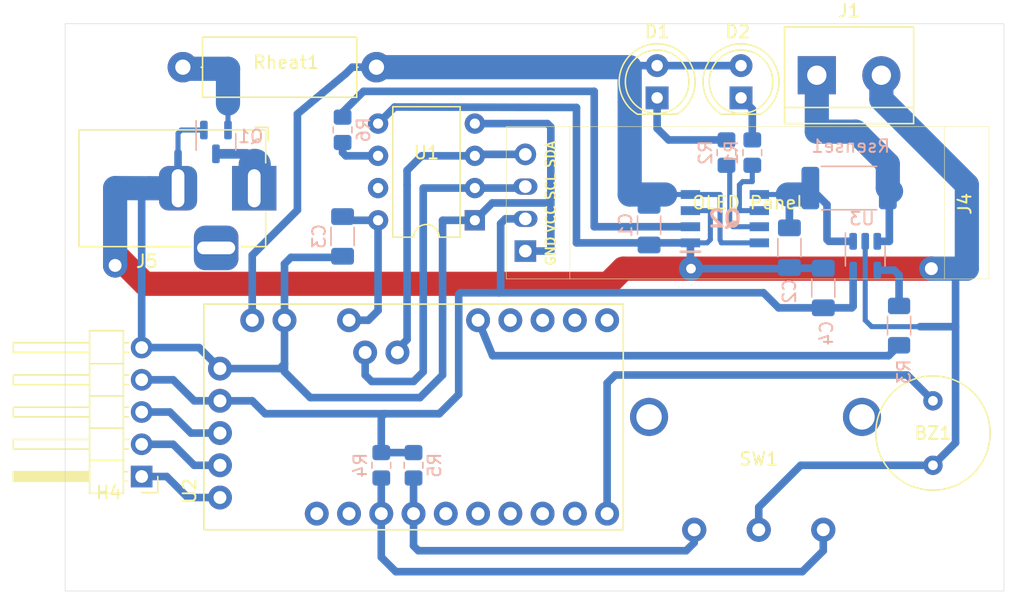
<source format=kicad_pcb>
(kicad_pcb (version 20211014) (generator pcbnew)
  (title_block (rev "1"))
  (layers (0 "F.Cu" signal "Front") (1 "In1.Cu" signal) (2 "In2.Cu" signal) (31 "B.Cu" signal "Back") (34 "B.Paste" user) (35 "F.Paste" user) (36 "B.SilkS" user "B.Silkscreen") (37 "F.SilkS" user "F.Silkscreen") (38 "B.Mask" user) (39 "F.Mask" user) (44 "Edge.Cuts" user))
  (net 0 "")
  (net 1 "Net-(BZ1-Pad1)")
  (net 2 "GND")
  (net 3 "Vin+5V")
  (net 4 "+3V3")
  (net 5 "Net-(D1-Pad1)")
  (net 6 "Net-(D2-Pad1)")
  (net 7 "BAT1_POS")
  (net 8 "RXI")
  (net 9 "TXO")
  (net 10 "DTR")
  (net 11 "SLC")
  (net 12 "SDA")
  (net 13 "5V")
  (net 14 "PROG")
  (net 15 "BAT1_STDBY")
  (net 16 "BAT1_CHRG")
  (net 17 "/senseV")
  (net 18 "Isense")
  (net 19 "ROTARY_2")
  (net 20 "ROTARY_1")
  (net 31 "/BAT_OUT")
  (net 32 "V_IN")
  (net 34 "Net-(U1-Pad6)")
  (footprint "MountingHole:MountingHole_3.2mm_M3" (layer "F.Cu") (at 105.537 107.95)
    (fp_text reference "H4" (at 0 -4.2) (layer "F.SilkS"))
    (fp_text value "MountingHole")
    (pad "" np_thru_hole circle locked (at 0 0) (size 3.2 3.2) (drill 3.2) (layers *.Cu *.Mask))
  )
  (footprint "!my-kicad-library:salvaged-rotary" (layer "F.Cu") (at 156.718 101.6)
    (fp_text reference "SW1" (at 0 -0.5 unlocked) (layer "F.SilkS"))
    (fp_text value "RotaryEncoder")
    (pad "" thru_hole circle (at -8.636 -3.81) (size 3 3) (drill 2) (layers *.Cu *.Mask))
    (pad "" thru_hole circle (at 8.128 -3.81) (size 3 3) (drill 2) (layers *.Cu *.Mask))
    (pad "A" thru_hole circle (at -5.08 5.08) (size 1.905 1.905) (drill 1.016) (layers *.Cu *.Mask) (net 19 "ROTARY_2"))
    (pad "B" thru_hole circle (at 5.08 5.08) (size 1.905 1.905) (drill 1.016) (layers *.Cu *.Mask) (net 20 "ROTARY_1"))
    (pad "C" thru_hole circle (at 0 5.08) (size 1.905 1.905) (drill 1.016) (layers *.Cu *.Mask) (net 2 "GND"))
  )
  (footprint "Connector_BarrelJack:BarrelJack_Horizontal" (layer "F.Cu") (at 116.998 79.7715)
    (fp_text reference "J5" (at -8.45 5.75) (layer "F.SilkS"))
    (fp_text value "IN")
    (fp_line (start 0.9 -4.6) (end 0.9 -2) (layer "F.SilkS") (width 0.12))
    (fp_line (start -13.8 4.6) (end -13.8 -4.6) (layer "F.SilkS") (width 0.12))
    (fp_line (start 0.9 4.6) (end -1 4.6) (layer "F.SilkS") (width 0.12))
    (fp_line (start 0.9 1.9) (end 0.9 4.6) (layer "F.SilkS") (width 0.12))
    (fp_line (start 0.05 -4.8) (end 1.1 -4.8) (layer "F.SilkS") (width 0.12))
    (fp_line (start -5 4.6) (end -13.8 4.6) (layer "F.SilkS") (width 0.12))
    (fp_line (start 1.1 -3.75) (end 1.1 -4.8) (layer "F.SilkS") (width 0.12))
    (fp_line (start -13.8 -4.6) (end 0.9 -4.6) (layer "F.SilkS") (width 0.12))
    (pad "" thru_hole roundrect (at -3.000006 4.700012) (size 3.500001 3.500001) (drill oval 2.999999 1) (layers *.Cu *.Mask))
    (pad "1" thru_hole rect (at 0 0) (size 3.5 3.5) (drill oval 1 3) (layers *.Cu *.Mask) (net 13 "5V"))
    (pad "2" thru_hole roundrect (at -6 0) (size 3 3.5) (drill oval 1 3) (layers *.Cu *.Mask) (net 2 "GND"))
  )
  (footprint "MountingHole:MountingHole_3.2mm_M3" (layer "F.Cu") (at 172.339 70.358)
    (fp_text reference "H1" hide)
    (fp_text value "MountingHole")
    (pad "" np_thru_hole circle locked (at 0 0) (size 3.2 3.2) (drill 3.2) (layers *.Cu *.Mask))
  )
  (footprint "Connector_PinHeader_2.54mm:PinHeader_1x05_P2.54mm_Horizontal" (layer "F.Cu") (at 108.134 102.484 180)
    (fp_text reference "J3" hide)
    (fp_text value "Conn_01x05_Male")
    (fp_line (start 1.042929 4.7) (end 1.44 4.7) (layer "F.SilkS") (width 0.12))
    (fp_line (start 10.1 4.7) (end 10.1 5.46) (layer "F.SilkS") (width 0.12))
    (fp_line (start 1.44 3.81) (end 4.1 3.81) (layer "F.SilkS") (width 0.12))
    (fp_line (start 4.1 7.24) (end 10.1 7.24) (layer "F.SilkS") (width 0.12))
    (fp_line (start 1.042929 8) (end 1.44 8) (layer "F.SilkS") (width 0.12))
    (fp_line (start 1.44 6.35) (end 4.1 6.35) (layer "F.SilkS") (width 0.12))
    (fp_line (start 1.042929 2.92) (end 1.44 2.92) (layer "F.SilkS") (width 0.12))
    (fp_line (start 10.1 2.92) (end 4.1 2.92) (layer "F.SilkS") (width 0.12))
    (fp_line (start 10.1 2.16) (end 10.1 2.92) (layer "F.SilkS") (width 0.12))
    (fp_line (start 4.1 -0.32) (end 10.1 -0.32) (layer "F.SilkS") (width 0.12))
    (fp_line (start 1.042929 2.16) (end 1.44 2.16) (layer "F.SilkS") (width 0.12))
    (fp_line (start 10.1 10.54) (end 4.1 10.54) (layer "F.SilkS") (width 0.12))
    (fp_line (start 1.042929 7.24) (end 1.44 7.24) (layer "F.SilkS") (width 0.12))
    (fp_line (start 4.1 0.28) (end 10.1 0.28) (layer "F.SilkS") (width 0.12))
    (fp_line (start 1.11 -0.38) (end 1.44 -0.38) (layer "F.SilkS") (width 0.12))
    (fp_line (start 4.1 -0.08) (end 10.1 -0.08) (layer "F.SilkS") (width 0.12))
    (fp_line (start 10.1 8) (end 4.1 8) (layer "F.SilkS") (width 0.12))
    (fp_line (start 10.1 -0.38) (end 10.1 0.38) (layer "F.SilkS") (width 0.12))
    (fp_line (start 10.1 9.78) (end 10.1 10.54) (layer "F.SilkS") (width 0.12))
    (fp_line (start 4.1 2.16) (end 10.1 2.16) (layer "F.SilkS") (width 0.12))
    (fp_line (start 4.1 -0.2) (end 10.1 -0.2) (layer "F.SilkS") (width 0.12))
    (fp_line (start -1.27 0) (end -1.27 -1.27) (layer "F.SilkS") (width 0.12))
    (fp_line (start 4.1 0.16) (end 10.1 0.16) (layer "F.SilkS") (width 0.12))
    (fp_line (start 10.1 5.46) (end 4.1 5.46) (layer "F.SilkS") (width 0.12))
    (fp_line (start 1.44 1.27) (end 4.1 1.27) (layer "F.SilkS") (width 0.12))
    (fp_line (start 4.1 4.7) (end 10.1 4.7) (layer "F.SilkS") (width 0.12))
    (fp_line (start 1.042929 9.78) (end 1.44 9.78) (layer "F.SilkS") (width 0.12))
    (fp_line (start 10.1 7.24) (end 10.1 8) (layer "F.SilkS") (width 0.12))
    (fp_line (start 4.1 11.49) (end 4.1 -1.33) (layer "F.SilkS") (width 0.12))
    (fp_line (start 1.44 11.49) (end 4.1 11.49) (layer "F.SilkS") (width 0.12))
    (fp_line (start 1.042929 10.54) (end 1.44 10.54) (layer "F.SilkS") (width 0.12))
    (fp_line (start 1.042929 5.46) (end 1.44 5.46) (layer "F.SilkS") (width 0.12))
    (fp_line (start -1.27 -1.27) (end 0 -1.27) (layer "F.SilkS") (width 0.12))
    (fp_line (start 4.1 -0.38) (end 10.1 -0.38) (layer "F.SilkS") (width 0.12))
    (fp_line (start 1.44 -1.33) (end 1.44 11.49) (layer "F.SilkS") (width 0.12))
    (fp_line (start 4.1 0.04) (end 10.1 0.04) (layer "F.SilkS") (width 0.12))
    (fp_line (start 4.1 9.78) (end 10.1 9.78) (layer "F.SilkS") (width 0.12))
    (fp_line (start 1.11 0.38) (end 1.44 0.38) (layer "F.SilkS") (width 0.12))
    (fp_line (start 10.1 0.38) (end 4.1 0.38) (layer "F.SilkS") (width 0.12))
    (fp_line (start 1.44 8.89) (end 4.1 8.89) (layer "F.SilkS") (width 0.12))
    (fp_line (start 4.1 -1.33) (end 1.44 -1.33) (layer "F.SilkS") (width 0.12))
    (pad "1" thru_hole rect locked (at 0 0 180) (size 1.7 1.7) (drill 1) (layers *.Cu *.Mask) (net 10 "DTR"))
    (pad "2" thru_hole oval locked (at 0 2.54 180) (size 1.7 1.7) (drill 1) (layers *.Cu *.Mask) (net 9 "TXO"))
    (pad "3" thru_hole oval locked (at 0 5.08 180) (size 1.7 1.7) (drill 1) (layers *.Cu *.Mask) (net 8 "RXI"))
    (pad "4" thru_hole oval locked (at 0 7.62 180) (size 1.7 1.7) (drill 1) (layers *.Cu *.Mask) (net 4 "+3V3"))
    (pad "5" thru_hole oval locked (at 0 10.16 180) (size 1.7 1.7) (drill 1) (layers *.Cu *.Mask) (net 2 "GND"))
  )
  (footprint "TerminalBlock:TerminalBlock_bornier-2_P5.08mm" (layer "F.Cu") (at 161.29 70.866)
    (fp_text reference "J1" (at 2.54 -5.08) (layer "F.SilkS"))
    (fp_text value "BAT")
    (fp_line (start -2.54 3.81) (end 7.62 3.81) (layer "F.SilkS") (width 0.12))
    (fp_line (start -2.54 -3.81) (end -2.54 3.81) (layer "F.SilkS") (width 0.12))
    (fp_line (start 7.62 3.81) (end 7.62 -3.81) (layer "F.SilkS") (width 0.12))
    (fp_line (start 7.62 -3.81) (end -2.54 -3.81) (layer "F.SilkS") (width 0.12))
    (fp_line (start 7.62 2.54) (end -2.54 2.54) (layer "F.SilkS") (width 0.12))
    (pad "1" thru_hole rect (at 0 0) (size 3 3) (drill 1.52) (layers *.Cu *.Mask) (net 7 "BAT1_POS"))
    (pad "2" thru_hole circle (at 5.08 0) (size 3 3) (drill 1.52) (layers *.Cu *.Mask) (net 2 "GND"))
  )
  (footprint "Resistor_THT:R_Axial_DIN0414_L11.9mm_D4.5mm_P15.24mm_Horizontal" (layer "F.Cu") (at 111.379 70.231)
    (fp_text reference "Rheat1" (at 8.128 -0.381) (layer "F.SilkS"))
    (fp_text value "0.4")
    (fp_line (start 1.44 0) (end 1.55 0) (layer "F.SilkS") (width 0.12))
    (fp_line (start 13.69 -2.37) (end 1.55 -2.37) (layer "F.SilkS") (width 0.12))
    (fp_line (start 1.55 2.37) (end 13.69 2.37) (layer "F.SilkS") (width 0.12))
    (fp_line (start 13.69 2.37) (end 13.69 -2.37) (layer "F.SilkS") (width 0.12))
    (fp_line (start 1.55 -2.37) (end 1.55 2.37) (layer "F.SilkS") (width 0.12))
    (fp_line (start 13.8 0) (end 13.69 0) (layer "F.SilkS") (width 0.12))
    (pad "1" thru_hole circle locked (at 0 0) (size 2.4 2.4) (drill 1.2) (layers *.Cu *.Mask) (net 3 "Vin+5V"))
    (pad "2" thru_hole oval locked (at 15.24 0) (size 2.4 2.4) (drill 1.2) (layers *.Cu *.Mask) (net 32 "V_IN"))
  )
  (footprint "LED_THT:LED_D5.0mm" (layer "F.Cu") (at 148.717 72.649 90)
    (fp_text reference "D1" (at 5.212 0 180) (layer "F.SilkS"))
    (fp_text value "RED_BAT2")
    (fp_line (start -1.29 -1.545) (end -1.29 1.545) (layer "F.SilkS") (width 0.12))
    (fp_arc (start -1.29 -1.54483) (mid 2.072002 -2.880433) (end 4.26 0.000462) (layer "F.SilkS") (width 0.12))
    (fp_arc (start 4.26 -0.000462) (mid 2.072002 2.880433) (end -1.29 1.54483) (layer "F.SilkS") (width 0.12))
    (fp_circle (center 1.27 0) (end 3.77 0) (layer "F.SilkS") (width 0.12) (fill none))
    (pad "1" thru_hole rect locked (at 0 0 90) (size 1.8 1.8) (drill 0.9) (layers *.Cu *.Mask) (net 5 "Net-(D1-Pad1)"))
    (pad "2" thru_hole circle locked (at 2.54 0 90) (size 1.8 1.8) (drill 0.9) (layers *.Cu *.Mask) (net 32 "V_IN"))
  )
  (footprint "MountingHole:MountingHole_3.2mm_M3" (layer "F.Cu") (at 172.466 107.696)
    (fp_text reference "H3" hide)
    (fp_text value "MountingHole")
    (pad "" np_thru_hole circle locked (at 0 0) (size 3.2 3.2) (drill 3.2) (layers *.Cu *.Mask))
  )
  (footprint "!my-kicad-library:Buzzer-GT-0905A" (layer "F.Cu") (at 170.434 99.06)
    (fp_text reference "BZ1" (at 0 0) (layer "F.SilkS"))
    (fp_text value "Buzzer")
    (fp_circle (center 0 0) (end 4.5 0) (layer "F.SilkS") (width 0.12) (fill none))
    (pad "1" thru_hole circle (at 0 -2.54) (size 1.524 1.524) (drill 0.762) (layers *.Cu *.Mask) (net 1 "Net-(BZ1-Pad1)"))
    (pad "2" thru_hole circle (at 0 2.54) (size 1.524 1.524) (drill 0.762) (layers *.Cu *.Mask) (net 2 "GND"))
  )
  (footprint "!my-kicad-library:SSD1306-0.91-OLED-4pin-128x32" (layer "F.Cu") (at 174.841 86.911 180)
    (fp_text reference "J4" (at 1.9 5.91 90) (layer "F.SilkS"))
    (fp_text value "OLED DISPLAY")
    (fp_text user "SCL" (at 34.5 7.27 90) (layer "F.SilkS") (effects (font (size 0.75 0.75))))
    (fp_text user "VCC" (at 34.5 4.73 90) (layer "F.SilkS") (effects (font (size 0.75 0.75))))
    (fp_text user "GND" (at 34.5 2.19 90) (layer "F.SilkS") (effects (font (size 0.75 0.75))))
    (fp_text user "OLED Panel" (at 19 6) (layer "F.SilkS"))
    (fp_text user "SDA" (at 34.5 9.81 90) (layer "F.SilkS") (effects (font (size 0.75 0.75))))
    (fp_line (start 0 0) (end 0 12) (layer "F.SilkS") (width 0.04))
    (fp_line (start 3.5 0) (end 3.5 12) (layer "F.SilkS") (width 0.04))
    (fp_line (start 0 12) (end 38 12) (layer "F.SilkS") (width 0.04))
    (fp_line (start 33 0) (end 33 12) (layer "F.SilkS") (width 0.04))
    (fp_line (start 38 0) (end 0 0) (layer "F.SilkS") (width 0.04))
    (fp_line (start 38 12) (end 38 0) (layer "F.SilkS") (width 0.04))
    (pad "1" thru_hole rect (at 36.5 2.19 180) (size 1.7 1.7) (drill 1) (layers *.Cu *.Mask) (net 2 "GND"))
    (pad "2" thru_hole oval (at 36.500002 4.730011 180) (size 1.905 1.27) (drill 1) (layers *.Cu *.Mask) (net 4 "+3V3"))
    (pad "3" thru_hole oval (at 36.500002 7.270011 180) (size 1.905 1.27) (drill 1) (layers *.Cu *.Mask) (net 11 "SLC"))
    (pad "4" thru_hole oval (at 36.5 9.81 180) (size 1.7 1.7) (drill 1) (layers *.Cu *.Mask) (net 12 "SDA"))
  )
  (footprint "MountingHole:MountingHole_3.2mm_M3" (layer "F.Cu") (at 105.664 70.358)
    (fp_text reference "H2" hide)
    (fp_text value "MountingHole")
    (pad "" np_thru_hole circle locked (at 0 0) (size 3.2 3.2) (drill 3.2) (layers *.Cu *.Mask))
  )
  (footprint "!my-kicad-library:ARDUINO_PRO_MINI" (layer "F.Cu") (at 129.54 97.79 90)
    (fp_text reference "U2" (at -5.825 -17.635 90) (layer "F.SilkS"))
    (fp_text value "Arduino_pro_mini")
    (fp_line (start 8.89 16.51) (end 8.89 -16.51) (layer "F.SilkS") (width 0.127))
    (fp_line (start -8.89 -16.51) (end -8.89 16.51) (layer "F.SilkS") (width 0.127))
    (fp_line (start -8.89 16.51) (end 8.89 16.51) (layer "F.SilkS") (width 0.127))
    (fp_line (start 8.89 -16.51) (end -8.89 -16.51) (layer "F.SilkS") (width 0.127))
    (pad "2" thru_hole circle (at -7.62 -2.54 90) (size 1.8796 1.8796) (drill 1.016) (layers *.Cu *.Mask) (net 20 "ROTARY_1"))
    (pad "3" thru_hole circle (at -7.62 0 90) (size 1.8796 1.8796) (drill 1.016) (layers *.Cu *.Mask) (net 19 "ROTARY_2"))
    (pad "4" thru_hole circle (at -7.62 2.54 90) (size 1.8796 1.8796) (drill 1.016) (layers *.Cu *.Mask))
    (pad "5" thru_hole circle (at -7.62 5.08 90) (size 1.8796 1.8796) (drill 1.016) (layers *.Cu *.Mask))
    (pad "6" thru_hole circle (at -7.62 7.62 90) (size 1.8796 1.8796) (drill 1.016) (layers *.Cu *.Mask))
    (pad "7" thru_hole circle (at -7.62 10.16 90) (size 1.8796 1.8796) (drill 1.016) (layers *.Cu *.Mask))
    (pad "8" thru_hole circle (at -7.62 12.7 90) (size 1.8796 1.8796) (drill 1.016) (layers *.Cu *.Mask))
    (pad "9" thru_hole circle (at -7.62 15.24 90) (size 1.8796 1.8796) (drill 1.016) (layers *.Cu *.Mask) (net 1 "Net-(BZ1-Pad1)"))
    (pad "10" thru_hole circle (at 7.62 15.24 90) (size 1.8796 1.8796) (drill 1.016) (layers *.Cu *.Mask))
    (pad "11" thru_hole circle (at 7.62 12.7 90) (size 1.8796 1.8796) (drill 1.016) (layers *.Cu *.Mask))
    (pad "12" thru_hole circle (at 7.62 10.16 90) (size 1.8796 1.8796) (drill 1.016) (layers *.Cu *.Mask))
    (pad "13" thru_hole circle (at 7.62 7.62 90) (size 1.8796 1.8796) (drill 1.016) (layers *.Cu *.Mask))
    (pad "A0" thru_hole circle (at 7.62 5.08 90) (size 1.8796 1.8796) (drill 1.016) (layers *.Cu *.Mask) (net 18 "Isense"))
    (pad "A4" thru_hole circle (at 5.08 -1.27 90) (size 1.8796 1.8796) (drill 1.016) (layers *.Cu *.Mask) (net 12 "SDA"))
    (pad "A5" thru_hole circle (at 5.08 -3.81 90) (size 1.8796 1.8796) (drill 1.016) (layers *.Cu *.Mask) (net 11 "SLC"))
    (pad "DTR" thru_hole circle (at -6.35 -15.24 90) (size 1.8796 1.8796) (drill 1.016) (layers *.Cu *.Mask) (net 10 "DTR"))
    (pad "GND" thru_hole circle (at 3.81 -15.24 90) (size 1.8796 1.8796) (drill 1.016) (layers *.Cu *.Mask) (net 2 "GND"))
    (pad "GND" thru_hole circle (at 7.62 -10.16 90) (size 1.8796 1.8796) (drill 1.016) (layers *.Cu *.Mask) (net 2 "GND"))
    (pad "GND" thru_hole circle (at -7.62 -5.08 90) (size 1.8796 1.8796) (drill 1.016) (layers *.Cu *.Mask) (net 2 "GND"))
    (pad "RAW" thru_hole circle (at 7.62 -12.7 90) (size 1.8796 1.8796) (drill 1.016) (layers *.Cu *.Mask) (net 32 "V_IN"))
    (pad "RST" thru_hole circle (at -7.62 -7.62 90) (size 1.8796 1.8796) (drill 1.016) (layers *.Cu *.Mask))
    (pad "RXI" thru_hole circle (at -1.27 -15.24 90) (size 1.8796 1.8796) (drill 1.016) (layers *.Cu *.Mask) (net 8 "RXI"))
    (pad "TXO" thru_hole circle (at -3.81 -15.24 90) (size 1.8796 1.8796) (drill 1.016) (layers *.Cu *.Mask) (net 9 "TXO"))
    (pad "VCC" thru_hole circle (at 7.62 -5.08 90) (size 1.8796 1.8796) (drill 1.016) (layers *.Cu *.Mask) (net 4 "+3V3"))
    (pad "VCC" thru_hole circle (at 1.27 -15.24 90) (size 1.8796 1.8796) (drill 1.016) (layers *.Cu *.Mask) (net 4 "+3V3"))
  )
  (footprint "Package_DIP:DIP-8_W7.62mm" (layer "F.Cu") (at 134.366 82.296 180)
    (fp_text reference "U1" (at 3.81 5.334) (layer "F.SilkS"))
    (fp_text value "MCP4551T-103E/MS")
    (fp_line (start 1.16 8.95) (end 6.46 8.95) (layer "F.SilkS") (width 0.12))
    (fp_line (start 1.16 -1.33) (end 1.16 8.95) (layer "F.SilkS") (width 0.12))
    (fp_line (start 2.81 -1.33) (end 1.16 -1.33) (layer "F.SilkS") (width 0.12))
    (fp_line (start 6.46 8.95) (end 6.46 -1.33) (layer "F.SilkS") (width 0.12))
    (fp_line (start 6.46 -1.33) (end 4.81 -1.33) (layer "F.SilkS") (width 0.12))
    (fp_arc (start 4.81 -1.33) (mid 3.81 -0.33) (end 2.81 -1.33) (layer "F.SilkS") (width 0.12))
    (pad "1" thru_hole rect locked (at 0 0 180) (size 1.6 1.6) (drill 0.8) (layers *.Cu *.Mask) (net 2 "GND"))
    (pad "2" thru_hole oval locked (at 0 2.54 180) (size 1.6 1.6) (drill 0.8) (layers *.Cu *.Mask) (net 11 "SLC"))
    (pad "3" thru_hole oval locked (at 0 5.08 180) (size 1.6 1.6) (drill 0.8) (layers *.Cu *.Mask) (net 12 "SDA"))
    (pad "4" thru_hole oval locked (at 0 7.62 180) (size 1.6 1.6) (drill 0.8) (layers *.Cu *.Mask) (net 2 "GND"))
    (pad "5" thru_hole oval locked (at 7.62 7.62 180) (size 1.6 1.6) (drill 0.8) (layers *.Cu *.Mask) (net 2 "GND"))
    (pad "6" thru_hole oval locked (at 7.62 5.08 180) (size 1.6 1.6) (drill 0.8) (layers *.Cu *.Mask) (net 34 "Net-(U1-Pad6)"))
    (pad "7" thru_hole oval locked (at 7.62 2.54 180) (size 1.6 1.6) (drill 0.8) (layers *.Cu *.Mask))
    (pad "8" thru_hole oval locked (at 7.62 0 180) (size 1.6 1.6) (drill 0.8) (layers *.Cu *.Mask) (net 4 "+3V3"))
  )
  (footprint "LED_THT:LED_D5.0mm" (layer "F.Cu") (at 155.321 72.649 90)
    (fp_text reference "D2" (at 5.212 -0.254 180) (layer "F.SilkS"))
    (fp_text value "GREEN_BAT2")
    (fp_line (start -1.29 -1.545) (end -1.29 1.545) (layer "F.SilkS") (width 0.12))
    (fp_arc (start -1.29 -1.54483) (mid 2.072002 -2.880433) (end 4.26 0.000462) (layer "F.SilkS") (width 0.12))
    (fp_arc (start 4.26 -0.000462) (mid 2.072002 2.880433) (end -1.29 1.54483) (layer "F.SilkS") (width 0.12))
    (fp_circle (center 1.27 0) (end 3.77 0) (layer "F.SilkS") (width 0.12) (fill none))
    (pad "1" thru_hole rect locked (at 0 0 90) (size 1.8 1.8) (drill 0.9) (layers *.Cu *.Mask) (net 6 "Net-(D2-Pad1)"))
    (pad "2" thru_hole circle locked (at 2.54 0 90) (size 1.8 1.8) (drill 0.9) (layers *.Cu *.Mask) (net 32 "V_IN"))
  )
  (footprint "Resistor_SMD:R_0805_2012Metric_Pad1.20x1.40mm_HandSolder" (layer "B.Cu") (at 123.952 75.168 90)
    (fp_text reference "R6" (at 0 1.65 90) (layer "B.SilkS") (effects (justify mirror)))
    (fp_text value "1k")
    (fp_line (start -0.227064 0.735) (end 0.227064 0.735) (layer "B.SilkS") (width 0.12))
    (fp_line (start -0.227064 -0.735) (end 0.227064 -0.735) (layer "B.SilkS") (width 0.12))
    (pad "1" smd roundrect locked (at -1 0 90) (size 1.2 1.4) (layers "B.Cu" "B.Paste" "B.Mask") (roundrect_rratio 0.208333) (net 34 "Net-(U1-Pad6)"))
    (pad "2" smd roundrect locked (at 1 0 90) (size 1.2 1.4) (layers "B.Cu" "B.Paste" "B.Mask") (roundrect_rratio 0.208333) (net 14 "PROG"))
  )
  (footprint "Resistor_SMD:R_2512_6332Metric_Pad1.40x3.35mm_HandSolder" (layer "B.Cu") (at 163.83 79.756)
    (fp_text reference "Rsense1" (at 0.127 -3.302) (layer "B.SilkS") (effects (justify mirror)))
    (fp_text value "0.150")
    (fp_line (start -2.177064 1.71) (end 2.177064 1.71) (layer "B.SilkS") (width 0.12))
    (fp_line (start -2.177064 -1.71) (end 2.177064 -1.71) (layer "B.SilkS") (width 0.12))
    (pad "1" smd roundrect locked (at -3.05 0) (size 1.4 3.35) (layers "B.Cu" "B.Paste" "B.Mask") (roundrect_rratio 0.178571) (net 31 "/BAT_OUT"))
    (pad "2" smd roundrect locked (at 3.05 0) (size 1.4 3.35) (layers "B.Cu" "B.Paste" "B.Mask") (roundrect_rratio 0.178571) (net 7 "BAT1_POS"))
  )
  (footprint "Capacitor_SMD:C_1206_3216Metric_Pad1.33x1.80mm_HandSolder" (layer "B.Cu") (at 159.131 84.455 -90)
    (fp_text reference "C2" (at 3.429 0 -270) (layer "B.SilkS") (effects (justify mirror)))
    (fp_text value "10uF")
    (fp_line (start -0.711252 0.91) (end 0.711252 0.91) (layer "B.SilkS") (width 0.12))
    (fp_line (start -0.711252 -0.91) (end 0.711252 -0.91) (layer "B.SilkS") (width 0.12))
    (pad "1" smd roundrect locked (at -1.5625 0 270) (size 1.325 1.8) (layers "B.Cu" "B.Paste" "B.Mask") (roundrect_rratio 0.188679) (net 31 "/BAT_OUT"))
    (pad "2" smd roundrect locked (at 1.5625 0 270) (size 1.325 1.8) (layers "B.Cu" "B.Paste" "B.Mask") (roundrect_rratio 0.188679) (net 2 "GND"))
  )
  (footprint "Capacitor_SMD:C_1206_3216Metric_Pad1.33x1.80mm_HandSolder" (layer "B.Cu") (at 123.952 83.566 -90)
    (fp_text reference "C3" (at 0 1.85 90) (layer "B.SilkS") (effects (justify mirror)))
    (fp_text value "100nF")
    (fp_line (start -0.711252 0.91) (end 0.711252 0.91) (layer "B.SilkS") (width 0.12))
    (fp_line (start -0.711252 -0.91) (end 0.711252 -0.91) (layer "B.SilkS") (width 0.12))
    (pad "1" smd roundrect locked (at -1.5625 0 270) (size 1.325 1.8) (layers "B.Cu" "B.Paste" "B.Mask") (roundrect_rratio 0.188679) (net 4 "+3V3"))
    (pad "2" smd roundrect locked (at 1.5625 0 270) (size 1.325 1.8) (layers "B.Cu" "B.Paste" "B.Mask") (roundrect_rratio 0.188679) (net 2 "GND"))
  )
  (footprint "Package_TO_SOT_SMD:SOT-23-5" (layer "B.Cu") (at 165.1 85.09 -90)
    (fp_text reference "U3" (at -2.921 0.254 180) (layer "B.SilkS") (effects (justify mirror)))
    (fp_text value "INA180B1")
    (fp_line (start 0 1.56) (end -1.8 1.56) (layer "B.SilkS") (width 0.12))
    (fp_line (start 0 -1.56) (end -0.8 -1.56) (layer "B.SilkS") (width 0.12))
    (fp_line (start 0 1.56) (end 0.8 1.56) (layer "B.SilkS") (width 0.12))
    (fp_line (start 0 -1.56) (end 0.8 -1.56) (layer "B.SilkS") (width 0.12))
    (pad "1" smd roundrect locked (at -1.1375 0.95 270) (size 1.325 0.6) (layers "B.Cu" "B.Paste" "B.Mask") (net 31 "/BAT_OUT"))
    (pad "2" smd roundrect locked (at -1.1375 0 270) (size 1.325 0.6) (layers "B.Cu" "B.Paste" "B.Mask") (net 2 "GND"))
    (pad "3" smd roundrect locked (at -1.1375 -0.95 270) (size 1.325 0.6) (layers "B.Cu" "B.Paste" "B.Mask") (net 7 "BAT1_POS"))
    (pad "4" smd roundrect locked (at 1.1375 -0.95 270) (size 1.325 0.6) (layers "B.Cu" "B.Paste" "B.Mask") (net 17 "/senseV"))
    (pad "5" smd roundrect locked (at 1.1375 0.95 270) (size 1.325 0.6) (layers "B.Cu" "B.Paste" "B.Mask") (net 4 "+3V3"))
  )
  (footprint "Capacitor_SMD:C_1206_3216Metric_Pad1.33x1.80mm_HandSolder" (layer "B.Cu") (at 161.798 87.63 90)
    (fp_text reference "C4" (at -3.556 0.254 90) (layer "B.SilkS") (effects (justify mirror)))
    (fp_text value "100nF")
    (fp_line (start -0.711252 0.91) (end 0.711252 0.91) (layer "B.SilkS") (width 0.12))
    (fp_line (start -0.711252 -0.91) (end 0.711252 -0.91) (layer "B.SilkS") (width 0.12))
    (pad "1" smd roundrect locked (at -1.5625 0 90) (size 1.325 1.8) (layers "B.Cu" "B.Paste" "B.Mask") (roundrect_rratio 0.188679) (net 4 "+3V3"))
    (pad "2" smd roundrect locked (at 1.5625 0 90) (size 1.325 1.8) (layers "B.Cu" "B.Paste" "B.Mask") (roundrect_rratio 0.188679) (net 2 "GND"))
  )
  (footprint "Resistor_SMD:R_0805_2012Metric_Pad1.20x1.40mm_HandSolder" (layer "B.Cu") (at 129.54 101.6 90)
    (fp_text reference "R5" (at 0 1.65 90) (layer "B.SilkS") (effects (justify mirror)))
    (fp_text value "10k")
    (fp_line (start -0.227064 -0.735) (end 0.227064 -0.735) (layer "B.SilkS") (width 0.12))
    (fp_line (start -0.227064 0.735) (end 0.227064 0.735) (layer "B.SilkS") (width 0.12))
    (pad "1" smd roundrect locked (at -1 0 90) (size 1.2 1.4) (layers "B.Cu" "B.Paste" "B.Mask") (roundrect_rratio 0.208333) (net 19 "ROTARY_2"))
    (pad "2" smd roundrect locked (at 1 0 90) (size 1.2 1.4) (layers "B.Cu" "B.Paste" "B.Mask") (roundrect_rratio 0.208333) (net 4 "+3V3"))
  )
  (footprint "Resistor_SMD:R_0805_2012Metric_Pad1.20x1.40mm_HandSolder" (layer "B.Cu") (at 127 101.6 -90)
    (fp_text reference "R4" (at 0 1.65 90) (layer "B.SilkS") (effects (justify mirror)))
    (fp_text value "10k")
    (fp_line (start -0.227064 0.735) (end 0.227064 0.735) (layer "B.SilkS") (width 0.12))
    (fp_line (start -0.227064 -0.735) (end 0.227064 -0.735) (layer "B.SilkS") (width 0.12))
    (pad "1" smd roundrect locked (at -1 0 270) (size 1.2 1.4) (layers "B.Cu" "B.Paste" "B.Mask") (roundrect_rratio 0.208333) (net 4 "+3V3"))
    (pad "2" smd roundrect locked (at 1 0 270) (size 1.2 1.4) (layers "B.Cu" "B.Paste" "B.Mask") (roundrect_rratio 0.208333) (net 20 "ROTARY_1"))
  )
  (footprint "Resistor_SMD:R_0805_2012Metric_Pad1.20x1.40mm_HandSolder" (layer "B.Cu") (at 154.178 76.962 -90)
    (fp_text reference "R2" (at 0 1.65 90) (layer "B.SilkS") (effects (justify mirror)))
    (fp_text value "1k")
    (fp_line (start -0.227064 -0.735) (end 0.227064 -0.735) (layer "B.SilkS") (width 0.12))
    (fp_line (start -0.227064 0.735) (end 0.227064 0.735) (layer "B.SilkS") (width 0.12))
    (pad "1" smd roundrect locked (at -1 0 270) (size 1.2 1.4) (layers "B.Cu" "B.Paste" "B.Mask") (roundrect_rratio 0.208333) (net 5 "Net-(D1-Pad1)"))
    (pad "2" smd roundrect locked (at 1 0 270) (size 1.2 1.4) (layers "B.Cu" "B.Paste" "B.Mask") (roundrect_rratio 0.208333) (net 16 "BAT1_CHRG"))
  )
  (footprint "Capacitor_SMD:C_1206_3216Metric_Pad1.33x1.80mm_HandSolder" (layer "B.Cu") (at 148.082 82.677 -90)
    (fp_text reference "C1" (at 0 1.85 -270) (layer "B.SilkS") (effects (justify mirror)))
    (fp_text value "100nF")
    (fp_line (start -0.711252 0.91) (end 0.711252 0.91) (layer "B.SilkS") (width 0.12))
    (fp_line (start -0.711252 -0.91) (end 0.711252 -0.91) (layer "B.SilkS") (width 0.12))
    (pad "1" smd roundrect locked (at -1.5625 0 270) (size 1.325 1.8) (layers "B.Cu" "B.Paste" "B.Mask") (roundrect_rratio 0.188679) (net 32 "V_IN"))
    (pad "2" smd roundrect locked (at 1.5625 0 270) (size 1.325 1.8) (layers "B.Cu" "B.Paste" "B.Mask") (roundrect_rratio 0.188679) (net 2 "GND"))
  )
  (footprint "!my-kicad-library:SOP-8" (layer "B.Cu") (at 154.051 82.169)
    (fp_text reference "Q2" (at 0 0) (layer "B.SilkS") (effects (font (size 1.27 1.27) (thickness 0.254)) (justify mirror)))
    (fp_text value "TP4056" hide)
    (fp_line (start -3.475 2.605) (end -1.95 2.605) (layer "B.SilkS") (width 0.2))
    (pad "1" smd rect (at -2.712 1.905 270) (size 0.7 1.525) (layers "B.Cu" "B.Paste" "B.Mask") (net 2 "GND"))
    (pad "2" smd rect (at -2.712 0.635 270) (size 0.7 1.525) (layers "B.Cu" "B.Paste" "B.Mask") (net 14 "PROG"))
    (pad "3" smd rect (at -2.712 -0.635 270) (size 0.7 1.525) (layers "B.Cu" "B.Paste" "B.Mask") (net 2 "GND"))
    (pad "4" smd rect (at -2.712 -1.905 270) (size 0.7 1.525) (layers "B.Cu" "B.Paste" "B.Mask") (net 32 "V_IN"))
    (pad "5" smd rect (at 2.712 -1.905 270) (size 0.7 1.525) (layers "B.Cu" "B.Paste" "B.Mask") (net 31 "/BAT_OUT"))
    (pad "6" smd rect (at 2.712 -0.635 270) (size 0.7 1.525) (layers "B.Cu" "B.Paste" "B.Mask") (net 15 "BAT1_STDBY"))
    (pad "7" smd rect (at 2.712 0.635 270) (size 0.7 1.525) (layers "B.Cu" "B.Paste" "B.Mask") (net 16 "BAT1_CHRG"))
    (pad "8" smd rect (at 2.712 1.905 270) (size 0.7 1.525) (layers "B.Cu" "B.Paste" "B.Mask") (net 32 "V_IN"))
  )
  (footprint "Package_TO_SOT_SMD:SOT-23" (layer "B.Cu") (at 113.98 76.1215 -90)
    (fp_text reference "Q1" (at -0.4295 -2.733 180) (layer "B.SilkS") (effects (justify mirror)))
    (fp_text value "AO3407")
    (fp_line (start 0 -1.56) (end 0.65 -1.56) (layer "B.SilkS") (width 0.12))
    (fp_line (start 0 1.56) (end -1.675 1.56) (layer "B.SilkS") (width 0.12))
    (fp_line (start 0 1.56) (end 0.65 1.56) (layer "B.SilkS") (width 0.12))
    (fp_line (start 0 -1.56) (end -0.65 -1.56) (layer "B.SilkS") (width 0.12))
    (pad "1" smd roundrect locked (at -0.9375 0.95 270) (size 1.475 0.6) (layers "B.Cu" "B.Paste" "B.Mask") (net 2 "GND"))
    (pad "2" smd roundrect locked (at -0.9375 -0.95 270) (size 1.475 0.6) (layers "B.Cu" "B.Paste" "B.Mask") (net 3 "Vin+5V"))
    (pad "3" smd roundrect locked (at 0.9375 0 270) (size 1.475 0.6) (layers "B.Cu" "B.Paste" "B.Mask") (net 13 "5V"))
  )
  (footprint "Resistor_SMD:R_0805_2012Metric_Pad1.20x1.40mm_HandSolder" (layer "B.Cu") (at 156.21 76.962 -90)
    (fp_text reference "R1" (at 0 1.65 90) (layer "B.SilkS") (effects (justify mirror)))
    (fp_text value "1k")
    (fp_line (start -0.227064 0.735) (end 0.227064 0.735) (layer "B.SilkS") (width 0.12))
    (fp_line (start -0.227064 -0.735) (end 0.227064 -0.735) (layer "B.SilkS") (width 0.12))
    (pad "1" smd roundrect locked (at -1 0 270) (size 1.2 1.4) (layers "B.Cu" "B.Paste" "B.Mask") (roundrect_rratio 0.208333) (net 6 "Net-(D2-Pad1)"))
    (pad "2" smd roundrect locked (at 1 0 270) (size 1.2 1.4) (layers "B.Cu" "B.Paste" "B.Mask") (roundrect_rratio 0.208333) (net 15 "BAT1_STDBY"))
  )
  (footprint "Resistor_SMD:R_1206_3216Metric_Pad1.30x1.75mm_HandSolder" (layer "B.Cu") (at 167.765 90.594 -90)
    (fp_text reference "R3" (at 3.64 -0.383 90) (layer "B.SilkS") (effects (justify mirror)))
    (fp_text value "10k")
    (fp_line (start -0.727064 0.91) (end 0.727064 0.91) (layer "B.SilkS") (width 0.12))
    (fp_line (start -0.727064 -0.91) (end 0.727064 -0.91) (layer "B.SilkS") (width 0.12))
    (pad "1" smd roundrect (at -1.55 0 270) (size 1.3 1.75) (layers "B.Cu" "B.Paste" "B.Mask") (roundrect_rratio 0.192308) (net 17 "/senseV"))
    (pad "2" smd roundrect (at 1.55 0 270) (size 1.3 1.75) (layers "B.Cu" "B.Paste" "B.Mask") (roundrect_rratio 0.192308) (net 18 "Isense"))
  )
  (gr_rect (start 102.108 66.802) (end 176.022 111.506) (layer "Edge.Cuts") (width 0.0381) (fill none))
  (segment (start 144.78 95.123) (end 145.415 94.488) (width 0.6) (layer "B.Cu") (net 1))
  (segment (start 144.78 105.41) (end 144.78 95.123) (width 0.6) (layer "B.Cu") (net 1))
  (segment (start 168.402 94.488) (end 170.434 96.52) (width 0.6) (layer "B.Cu") (net 1))
  (segment (start 145.415 94.488) (end 168.402 94.488) (width 0.6) (layer "B.Cu") (net 1))
  (segment (start 151.384 86.106) (end 170.307 86.106) (width 1.905) (layer "F.Cu") (net 2))
  (segment (start 106.426 85.344) (end 108.382532 87.300532) (width 1.905) (layer "F.Cu") (net 2))
  (segment (start 146.05 86.106) (end 151.384 86.106) (width 1.905) (layer "F.Cu") (net 2))
  (segment (start 144.855468 87.300532) (end 146.05 86.106) (width 1.905) (layer "F.Cu") (net 2))
  (segment (start 106.045 85.852) (end 106.426 85.344) (width 1.905) (layer "F.Cu") (net 2))
  (segment (start 108.382532 87.300532) (end 144.855468 87.300532) (width 1.905) (layer "F.Cu") (net 2))
  (via (at 170.307 86.106) (size 1.905) (drill 1.016) (layers "F.Cu" "B.Cu") (net 2))
  (via (at 151.384 86.106) (size 1.905) (drill 0.762) (layers "F.Cu" "B.Cu") (net 2))
  (via (at 106.045 85.852) (size 1.905) (drill 1.016) (layers "F.Cu" "B.Cu") (net 2))
  (segment (start 151.339 84.074) (end 152.654 84.074) (width 0.4) (layer "B.Cu") (net 2))
  (segment (start 119.38 94.234) (end 121.412 96.266) (width 0.6) (layer "B.Cu") (net 2))
  (segment (start 118.999 93.98) (end 119.38 93.599) (width 0.6) (layer "B.Cu") (net 2))
  (segment (start 106.045 79.756) (end 108.7275 79.7715) (width 1.905) (layer "B.Cu") (net 2))
  (segment (start 165.1 83.9525) (end 165.1 90.17) (width 0.4) (layer "B.Cu") (net 2))
  (segment (start 110.998 75.438) (end 110.998 76.962) (width 0.4) (layer "B.Cu") (net 2))
  (segment (start 138.341 84.721) (end 140.347 84.721) (width 0.6) (layer "B.Cu") (net 2))
  (segment (start 108.7275 79.7715) (end 110.998 79.7715) (width 1.905) (layer "B.Cu") (net 2))
  (segment (start 126.746 74.676) (end 128.05148 73.37052) (width 0.6) (layer "B.Cu") (net 2))
  (segment (start 119.38 90.17) (end 119.38 85.725) (width 0.6) (layer "B.Cu") (net 2))
  (segment (start 166.37 72.771) (end 173.101 79.502) (width 1.905) (layer "B.Cu") (net 2))
  (segment (start 165.608 90.678) (end 169.418 90.678) (width 0.4) (layer "B.Cu") (net 2))
  (segment (start 172.212 99.822) (end 172.212 90.678) (width 0.6) (layer "B.Cu") (net 2))
  (segment (start 156.718 106.68) (end 156.718 104.902) (width 0.6) (layer "B.Cu") (net 2))
  (segment (start 119.38 93.599) (end 119.38 94.234) (width 0.6) (layer "B.Cu") (net 2))
  (segment (start 172.466 86.106) (end 170.307 86.106) (width 1.905) (layer "B.Cu") (net 2))
  (segment (start 151.338991 84.074) (end 151.338991 85.298991) (width 0.6) (layer "B.Cu") (net 2))
  (segment (start 140.347 84.721) (end 140.347 80.692264) (width 0.6) (layer "B.Cu") (net 2))
  (segment (start 114.3 93.98) (end 118.999 93.98) (width 0.6) (layer "B.Cu") (net 2))
  (segment (start 172.212 90.678) (end 169.418 90.678) (width 0.6) (layer "B.Cu") (net 2))
  (segment (start 165.1 90.17) (end 165.608 90.678) (width 0.4) (layer "B.Cu") (net 2))
  (segment (start 151.339 86.061) (end 151.384 86.106) (width 0.4) (layer "B.Cu") (net 2))
  (segment (start 135.733368 80.928632) (end 140.110632 80.928632) (width 0.6) (layer "B.Cu") (net 2))
  (segment (start 131.826 94.488) (end 131.826 82.296) (width 0.6) (layer "B.Cu") (net 2))
  (segment (start 108.134 92.324) (end 108.134 80.365) (width 0.6) (layer "B.Cu") (net 2))
  (segment (start 170.434 101.6) (end 160.02 101.6) (width 0.6) (layer "B.Cu") (net 2))
  (segment (start 134.366 82.296) (end 135.733368 80.928632) (width 0.6) (layer "B.Cu") (net 2))
  (segment (start 106.045 85.852) (end 106.045 79.756) (width 1.905) (layer "B.Cu") (net 2))
  (segment (start 113.03 75.184) (end 111.252 75.184) (width 0.4) (layer "B.Cu") (net 2))
  (segment (start 170.434 101.6) (end 172.212 99.822) (width 0.6) (layer "B.Cu") (net 2))
  (segment (start 142.367 84.074) (end 151.339 84.074) (width 0.6) (layer "B.Cu") (net 2))
  (segment (start 128.05148 73.37052) (end 142.367 73.406) (width 0.6) (layer "B.Cu") (net 2))
  (segment (start 173.101 79.502) (end 173.101 86.106) (width 1.905) (layer "B.Cu") (net 2))
  (segment (start 111.252 75.184) (end 110.998 75.438) (width 0.4) (layer "B.Cu") (net 2))
  (segment (start 166.37 70.866) (end 166.37 72.771) (width 1.905) (layer "B.Cu") (net 2))
  (segment (start 110.998 79.7715) (end 110.998 76.962) (width 0.6) (layer "B.Cu") (net 2))
  (segment (start 161.798 86.0675) (end 159.004 86.0675) (width 0.6) (layer "B.Cu") (net 2))
  (segment (start 112.644 92.324) (end 114.3 93.98) (width 0.6) (layer "B.Cu") (net 2))
  (segment (start 172.212 86.36) (end 172.466 86.106) (width 0.6) (layer "B.Cu") (net 2))
  (segment (start 131.826 82.296) (end 134.366 82.296) (width 0.6) (layer "B.Cu") (net 2))
  (segment (start 119.38 90.17) (end 119.38 93.599) (width 0.6) (layer "B.Cu") (net 2))
  (segment (start 140.347 80.692264) (end 140.110632 80.928632) (width 0.6) (layer "B.Cu") (net 2))
  (segment (start 160.02 101.6) (end 156.718 104.902) (width 0.6) (layer "B.Cu") (net 2))
  (segment (start 108.007 80.492) (end 108.7275 79.7715) (width 0.6) (layer "B.Cu") (net 2))
  (segment (start 151.384 86.106) (end 159.042506 86.106) (width 0.6) (layer "B.Cu") (net 2))
  (segment (start 119.888 85.217) (end 123.5325 85.217) (width 0.6) (layer "B.Cu") (net 2))
  (segment (start 134.366 74.676) (end 140.081 74.676) (width 0.6) (layer "B.Cu") (net 2))
  (segment (start 108.134 92.324) (end 112.644 92.324) (width 0.6) (layer "B.Cu") (net 2))
  (segment (start 130.048 96.266) (end 131.826 94.488) (width 0.6) (layer "B.Cu") (net 2))
  (segment (start 140.347 74.942) (end 140.347 80.692264) (width 0.6) (layer "B.Cu") (net 2))
  (segment (start 140.081 74.676) (end 140.347 74.942) (width 0.6) (layer "B.Cu") (net 2))
  (segment (start 121.412 96.266) (end 130.048 96.266) (width 0.6) (layer "B.Cu") (net 2))
  (segment (start 152.654 84.074) (end 152.908 83.82) (width 0.4) (layer "B.Cu") (net 2))
  (segment (start 142.367 73.406) (end 142.367 84.074) (width 0.6) (layer "B.Cu") (net 2))
  (segment (start 172.212 90.678) (end 172.212 86.36) (width 0.6) (layer "B.Cu") (net 2))
  (segment (start 152.908 83.810554) (end 152.908 81.524554) (width 0.4) (layer "B.Cu") (net 2))
  (segment (start 119.38 85.725) (end 119.888 85.217) (width 0.6) (layer "B.Cu") (net 2))
  (segment (start 173.101 86.106) (end 172.466 86.106) (width 1.905) (layer "B.Cu") (net 2))
  (segment (start 151.339 85.299) (end 151.339 86.061) (width 0.4) (layer "B.Cu") (net 2))
  (segment (start 152.908 81.534) (end 151.339 81.534) (width 0.4) (layer "B.Cu") (net 2))
  (segment (start 114.935 70.358) (end 114.93 73.099432) (width 1.905) (layer "B.Cu") (net 3))
  (segment (start 111.379 70.358) (end 114.935 70.358) (width 1.905) (layer "B.Cu") (net 3))
  (segment (start 114.93 75.184) (end 114.93 73.099432) (width 0.4) (layer "B.Cu") (net 3))
  (segment (start 136.398 82.55) (end 136.398 87.873) (width 0.6) (layer "B.Cu") (net 4))
  (segment (start 164.15 89.088) (end 164.0455 89.1925) (width 0.6) (layer "B.Cu") (net 4))
  (segment (start 127.254 97.536) (end 117.856 97.536) (width 0.6) (layer "B.Cu") (net 4))
  (segment (start 136.2655 88.0055) (end 133.2285 88.0055) (width 0.6) (layer "B.Cu") (net 4))
  (segment (start 110.612 94.864) (end 112.268 96.52) (width 0.6) (layer "B.Cu") (net 4))
  (segment (start 133.096 96.012) (end 131.572 97.536) (width 0.6) (layer "B.Cu") (net 4))
  (segment (start 127 100.6) (end 127 97.79) (width 0.6) (layer "B.Cu") (net 4))
  (segment (start 133.2285 88.0055) (end 133.096 88.138) (width 0.6) (layer "B.Cu") (net 4))
  (segment (start 136.398 87.873) (end 136.2655 88.0055) (width 0.6) (layer "B.Cu") (net 4))
  (segment (start 117.856 97.536) (end 116.84 96.52) (width 0.6) (layer "B.Cu") (net 4))
  (segment (start 138.340998 82.180989) (end 136.767011 82.180989) (width 0.6) (layer "B.Cu") (net 4))
  (segment (start 164.0455 89.1925) (end 161.798 89.1925) (width 0.6) (layer "B.Cu") (net 4))
  (segment (start 126.746 82.296) (end 124.2445 82.296) (width 0.6) (layer "B.Cu") (net 4))
  (segment (start 136.767011 82.180989) (end 136.398 82.55) (width 0.6) (layer "B.Cu") (net 4))
  (segment (start 161.798 89.1925) (end 158.2805 89.1925) (width 0.6) (layer "B.Cu") (net 4))
  (segment (start 158.2805 89.1925) (end 157.0935 88.0055) (width 0.6) (layer "B.Cu") (net 4))
  (segment (start 125.984 90.17) (end 124.46 90.17) (width 0.6) (layer "B.Cu") (net 4))
  (segment (start 129.54 100.6) (end 127 100.6) (width 0.6) (layer "B.Cu") (net 4))
  (segment (start 164.15 86.2275) (end 164.15 89.088) (width 0.6) (layer "B.Cu") (net 4))
  (segment (start 133.096 88.138) (end 133.096 96.012) (width 0.6) (layer "B.Cu") (net 4))
  (segment (start 131.572 97.536) (end 127.254 97.536) (width 0.6) (layer "B.Cu") (net 4))
  (segment (start 127 97.79) (end 127.254 97.536) (width 0.6) (layer "B.Cu") (net 4))
  (segment (start 126.746 89.408) (end 125.984 90.17) (width 0.6) (layer "B.Cu") (net 4))
  (segment (start 108.134 94.864) (end 110.612 94.864) (width 0.6) (layer "B.Cu") (net 4))
  (segment (start 112.268 96.52) (end 114.3 96.52) (width 0.6) (layer "B.Cu") (net 4))
  (segment (start 116.84 96.52) (end 114.3 96.52) (width 0.6) (layer "B.Cu") (net 4))
  (segment (start 157.0935 88.0055) (end 136.2655 88.0055) (width 0.6) (layer "B.Cu") (net 4))
  (segment (start 126.746 82.296) (end 126.746 89.408) (width 0.6) (layer "B.Cu") (net 4))
  (segment (start 148.717 75.057) (end 148.717 72.649) (width 0.6) (layer "B.Cu") (net 5))
  (segment (start 149.622 75.962) (end 148.717 75.057) (width 0.6) (layer "B.Cu") (net 5))
  (segment (start 154.178 75.962) (end 149.622 75.962) (width 0.6) (layer "B.Cu") (net 5))
  (segment (start 156.21 73.538) (end 155.321 72.649) (width 0.6) (layer "B.Cu") (net 6))
  (segment (start 156.21 75.962) (end 156.21 73.538) (width 0.6) (layer "B.Cu") (net 6))
  (segment (start 161.29 75.311) (end 161.29 70.866) (width 1.905) (layer "B.Cu") (net 7))
  (segment (start 164.338 75.311) (end 161.29 75.311) (width 1.905) (layer "B.Cu") (net 7))
  (segment (start 166.88 79.756) (end 166.88 77.853) (width 1.905) (layer "B.Cu") (net 7))
  (segment (start 166.88 79.756) (end 167.134 80.01) (width 1.905) (layer "B.Cu") (net 7))
  (segment (start 166.9995 83.9525) (end 166.9995 79.8755) (width 0.6) (layer "B.Cu") (net 7))
  (segment (start 166.05 83.9525) (end 166.9995 83.9525) (width 0.6) (layer "B.Cu") (net 7))
  (segment (start 166.88 77.853) (end 164.338 75.311) (width 1.905) (layer "B.Cu") (net 7))
  (segment (start 110.358 97.404) (end 112.014 99.06) (width 0.6) (layer "B.Cu") (net 8))
  (segment (start 108.134 97.404) (end 110.358 97.404) (width 0.6) (layer "B.Cu") (net 8))
  (segment (start 112.014 99.06) (end 114.3 99.06) (width 0.6) (layer "B.Cu") (net 8))
  (segment (start 108.134 99.944) (end 110.612 99.944) (width 0.6) (layer "B.Cu") (net 9))
  (segment (start 112.268 101.6) (end 114.3 101.6) (width 0.6) (layer "B.Cu") (net 9))
  (segment (start 110.612 99.944) (end 112.268 101.6) (width 0.6) (layer "B.Cu") (net 9))
  (segment (start 111.76 104.14) (end 114.3 104.14) (width 0.6) (layer "B.Cu") (net 10))
  (segment (start 110.104 102.484) (end 111.76 104.14) (width 0.6) (layer "B.Cu") (net 10))
  (segment (start 108.134 102.484) (end 110.104 102.484) (width 0.6) (layer "B.Cu") (net 10))
  (segment (start 129.54 94.996) (end 126.238 94.996) (width 0.6) (layer "B.Cu") (net 11))
  (segment (start 125.73 92.71) (end 125.73 94.488) (width 0.6) (layer "B.Cu") (net 11))
  (segment (start 134.366 79.756) (end 138.226 79.756) (width 0.6) (layer "B.Cu") (net 11))
  (segment (start 130.302 94.234) (end 130.302 79.756) (width 0.6) (layer "B.Cu") (net 11))
  (segment (start 125.73 94.488) (end 126.238 94.996) (width 0.6) (layer "B.Cu") (net 11))
  (segment (start 130.302 79.756) (end 134.366 79.756) (width 0.6) (layer "B.Cu") (net 11))
  (segment (start 130.302 94.234) (end 129.54 94.996) (width 0.6) (layer "B.Cu") (net 11))
  (segment (start 134.366 77.216) (end 130.175 77.216) (width 0.6) (layer "B.Cu") (net 12))
  (segment (start 129.032 78.359) (end 129.032 79.502) (width 0.6) (layer "B.Cu") (net 12))
  (segment (start 130.175 77.216) (end 129.032 78.359) (width 0.6) (layer "B.Cu") (net 12))
  (segment (start 138.341 77.101) (end 134.481 77.101) (width 0.6) (layer "B.Cu") (net 12))
  (segment (start 128.27 92.456) (end 129.032 91.694) (width 0.6) (layer "B.Cu") (net 12))
  (segment (start 129.032 91.694) (end 129.032 79.502) (width 0.6) (layer "B.Cu") (net 12))
  (segment (start 116.166238 77.059) (end 117.036561 77.929323) (width 0.4) (layer "B.Cu") (net 13))
  (segment (start 114.222885 77.059003) (end 116.409114 77.059003) (width 0.762) (layer "B.Cu") (net 13))
  (segment (start 116.998 79.7715) (end 117.036561 77.929323) (width 2.54) (layer "B.Cu") (net 13))
  (segment (start 123.952 73.787) (end 123.952 74.168) (width 0.6) (layer "B.Cu") (net 14))
  (segment (start 143.764 82.804) (end 143.764 72.136) (width 0.6) (layer "B.Cu") (net 14))
  (segment (start 125.603 72.136) (end 123.952 73.787) (width 0.6) (layer "B.Cu") (net 14))
  (segment (start 151.339 82.804) (end 143.764 82.804) (width 0.6) (layer "B.Cu") (net 14))
  (segment (start 143.764 72.136) (end 125.603 72.136) (width 0.6) (layer "B.Cu") (net 14))
  (segment (start 155.194 79.502) (end 155.448 79.248) (width 0.4) (layer "B.Cu") (net 15))
  (segment (start 156.21 79.248) (end 156.21 77.962) (width 0.4) (layer "B.Cu") (net 15))
  (segment (start 156.763 81.534) (end 155.194 81.534) (width 0.4) (layer "B.Cu") (net 15))
  (segment (start 155.448 79.248) (end 156.21 79.248) (width 0.4) (layer "B.Cu") (net 15))
  (segment (start 155.194 81.534) (end 155.194 79.502) (width 0.4) (layer "B.Cu") (net 15))
  (segment (start 154.686 82.804) (end 154.432 82.55) (width 0.4) (layer "B.Cu") (net 16))
  (segment (start 156.763 82.804) (end 154.686 82.804) (width 0.4) (layer "B.Cu") (net 16))
  (segment (start 154.432 82.55) (end 154.432 78.232) (width 0.4) (layer "B.Cu") (net 16))
  (segment (start 167.765 86.616) (end 167.3765 86.2275) (width 0.6) (layer "B.Cu") (net 17))
  (segment (start 167.3765 86.2275) (end 166.05 86.2275) (width 0.6) (layer "B.Cu") (net 17))
  (segment (start 167.765 89.044) (end 167.765 86.616) (width 0.6) (layer "B.Cu") (net 17))
  (segment (start 166.945 92.964) (end 135.763 92.964) (width 0.6) (layer "B.Cu") (net 18))
  (segment (start 167.765 92.144) (end 166.945 92.964) (width 0.6) (layer "B.Cu") (net 18))
  (segment (start 135.763 92.964) (end 134.62 90.17) (width 0.6) (layer "B.Cu") (net 18))
  (segment (start 151.638 106.68) (end 151.638 107.696) (width 0.6) (layer "B.Cu") (net 19))
  (segment (start 129.54 105.41) (end 129.54 102.6) (width 0.6) (layer "B.Cu") (net 19))
  (segment (start 129.54 107.95) (end 129.54 105.41) (width 0.6) (layer "B.Cu") (net 19))
  (segment (start 151.638 107.696) (end 151.003 108.331) (width 0.6) (layer "B.Cu") (net 19))
  (segment (start 151.003 108.331) (end 129.921 108.331) (width 0.6) (layer "B.Cu") (net 19))
  (segment (start 129.921 108.331) (end 129.54 107.95) (width 0.6) (layer "B.Cu") (net 19))
  (segment (start 127 105.41) (end 127 102.6) (width 0.6) (layer "B.Cu") (net 20))
  (segment (start 128.143 109.982) (end 127 108.839) (width 0.6) (layer "B.Cu") (net 20))
  (segment (start 127 108.839) (end 127 105.41) (width 0.6) (layer "B.Cu") (net 20))
  (segment (start 161.798 106.68) (end 161.798 108.331) (width 0.6) (layer "B.Cu") (net 20))
  (segment (start 161.798 108.331) (end 160.147 109.982) (width 0.6) (layer "B.Cu") (net 20))
  (segment (start 160.147 109.982) (end 128.143 109.982) (width 0.6) (layer "B.Cu") (net 20))
  (segment (start 162.0905 81.0665) (end 160.78 79.756) (width 0.6) (layer "B.Cu") (net 31))
  (segment (start 160.397 80.264) (end 159.004 80.264) (width 1.905) (layer "B.Cu") (net 31))
  (segment (start 159.131 82.8925) (end 159.131 80.391) (width 0.6) (layer "B.Cu") (net 31))
  (segment (start 159.131 80.391) (end 159.004 80.264) (width 0.6) (layer "B.Cu") (net 31))
  (segment (start 158.262 80.264) (end 157.206 80.264) (width 0.4) (layer "B.Cu") (net 31))
  (segment (start 162.0905 83.82) (end 162.0905 81.0665) (width 0.6) (layer "B.Cu") (net 31))
  (segment (start 164.15 83.9525) (end 162.223 83.9525) (width 0.6) (layer "B.Cu") (net 31))
  (segment (start 120.396 73.914) (end 120.396 81.491) (width 0.6) (layer "B.Cu") (net 32))
  (segment (start 124.206 70.739) (end 124.714 70.231) (width 0.6) (layer "B.Cu") (net 32))
  (segment (start 153.67 83.82) (end 153.771144 84.074) (width 0.4) (layer "B.Cu") (net 32))
  (segment (start 151.339 80.264) (end 153.67 80.264) (width 0.4) (layer "B.Cu") (net 32))
  (segment (start 148.717 70.109) (end 146.68 70.109) (width 0.6) (layer "B.Cu") (net 32))
  (segment (start 116.84 85.047) (end 116.84 90.17) (width 0.6) (layer "B.Cu") (net 32))
  (segment (start 153.771144 84.074) (end 156.763 84.074) (width 0.4) (layer "B.Cu") (net 32))
  (segment (start 146.558 70.358) (end 146.558 80.264) (width 1.905) (layer "B.Cu") (net 32))
  (segment (start 146.68 70.109) (end 146.558 70.231) (width 0.6) (layer "B.Cu") (net 32))
  (segment (start 124.714 70.231) (end 126.619 70.231) (width 0.6) (layer "B.Cu") (net 32))
  (segment (start 126.619 70.231) (end 146.558 70.231) (width 1.905) (layer "B.Cu") (net 32))
  (segment (start 155.321 70.109) (end 148.717 70.109) (width 0.6) (layer "B.Cu") (net 32))
  (segment (start 146.558 80.264) (end 149.352 80.264) (width 1.905) (layer "B.Cu") (net 32))
  (segment (start 124.206 70.739) (end 120.396 73.914) (width 0.6) (layer "B.Cu") (net 32))
  (segment (start 151.339 80.264) (end 150.114 80.264) (width 0.4) (layer "B.Cu") (net 32))
  (segment (start 120.396 81.491) (end 116.84 85.047) (width 0.6) (layer "B.Cu") (net 32))
  (segment (start 153.67 80.264) (end 153.67 83.82) (width 0.4) (layer "B.Cu") (net 32))
  (segment (start 124.206 77.216) (end 123.952 76.962) (width 0.6) (layer "B.Cu") (net 34))
  (segment (start 123.952 76.962) (end 123.952 76.168) (width 0.6) (layer "B.Cu") (net 34))
  (segment (start 126.746 77.216) (end 124.206 77.216) (width 0.6) (layer "B.Cu") (net 34))
)
</source>
